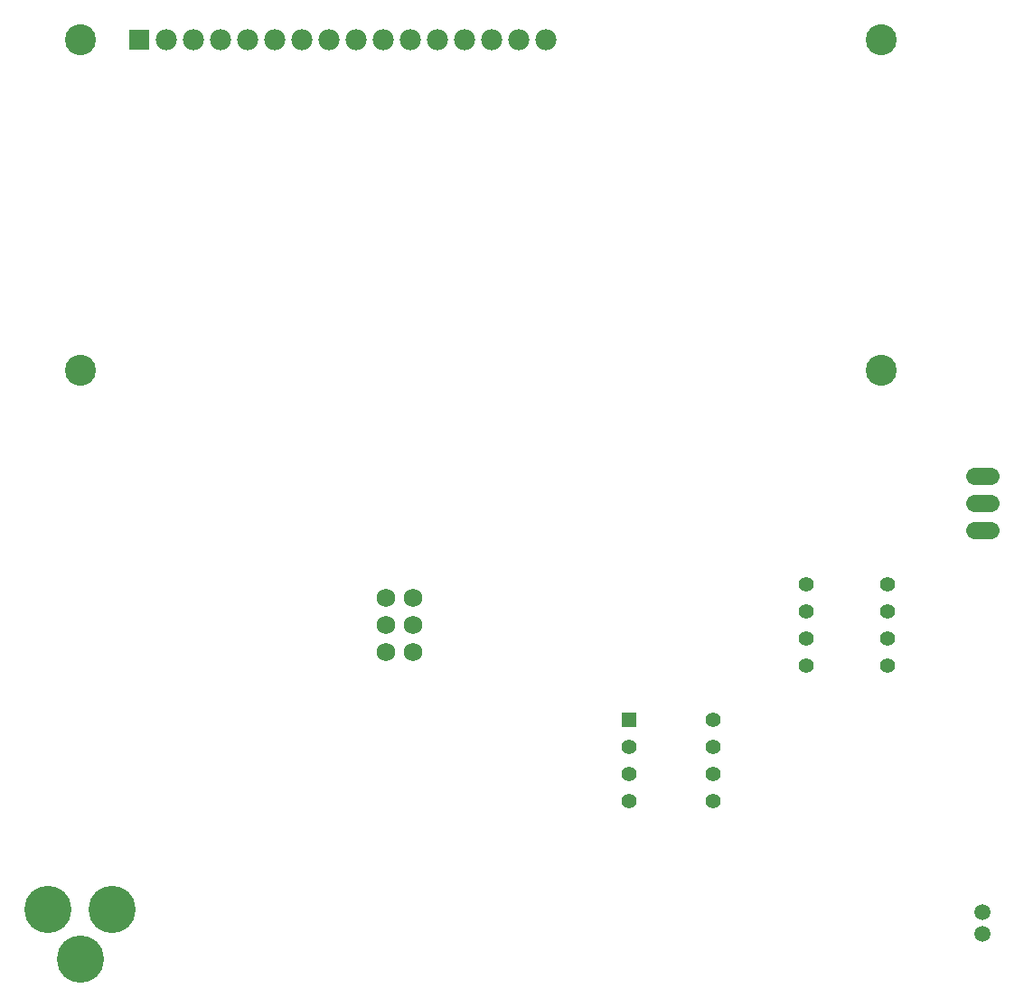
<source format=gbs>
G04 EAGLE Gerber RS-274X export*
G75*
%MOMM*%
%FSLAX34Y34*%
%LPD*%
%INSoldermask Bottom*%
%IPPOS*%
%AMOC8*
5,1,8,0,0,1.08239X$1,22.5*%
G01*
%ADD10C,1.422400*%
%ADD11C,1.727200*%
%ADD12C,4.419600*%
%ADD13R,1.981200X1.981200*%
%ADD14C,1.981200*%
%ADD15C,2.901600*%
%ADD16C,1.625600*%
%ADD17C,1.409600*%
%ADD18R,1.409600X1.409600*%
%ADD19C,1.509600*%


D10*
X749300Y406400D03*
X749300Y381000D03*
X825500Y381000D03*
X825500Y406400D03*
X749300Y355600D03*
X749300Y330200D03*
X825500Y355600D03*
X825500Y330200D03*
D11*
X355600Y368300D03*
X381000Y368300D03*
X381000Y393700D03*
X355600Y393700D03*
X355600Y342900D03*
X381000Y342900D03*
D12*
X98900Y101600D03*
X38900Y101600D03*
X68900Y54600D03*
D13*
X124500Y917000D03*
D14*
X149900Y917000D03*
X175300Y917000D03*
X200700Y917000D03*
X226100Y917000D03*
X251500Y917000D03*
X276900Y917000D03*
X302300Y917000D03*
X327700Y917000D03*
X353100Y917000D03*
X378500Y917000D03*
X403900Y917000D03*
X429300Y917000D03*
X454700Y917000D03*
X480100Y917000D03*
X505500Y917000D03*
D15*
X69500Y917000D03*
X69500Y607000D03*
X819500Y917000D03*
X819500Y607000D03*
D16*
X906780Y508000D02*
X922020Y508000D01*
X922020Y482600D02*
X906780Y482600D01*
X906780Y457200D02*
X922020Y457200D01*
D17*
X582950Y228600D03*
X582950Y254000D03*
X582950Y203200D03*
D18*
X582950Y279400D03*
D17*
X661650Y203200D03*
X661650Y279400D03*
X661650Y228600D03*
X661650Y254000D03*
D19*
X914400Y98900D03*
X914400Y78900D03*
M02*

</source>
